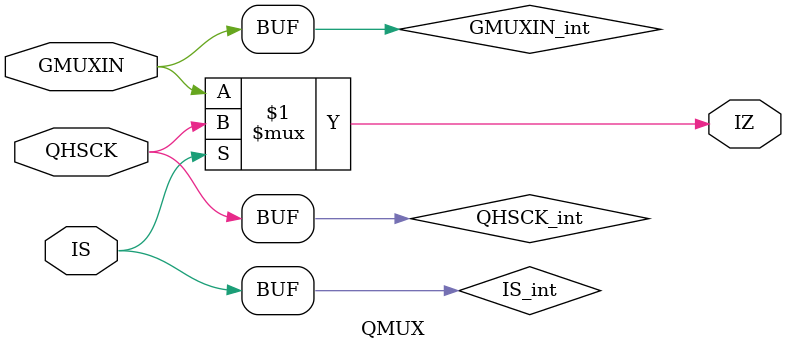
<source format=v>
`timescale 1ns/10ps

module QMUX (GMUXIN, QHSCK, IS, IZ);
input GMUXIN, QHSCK, IS;
output IZ;

wire GMUXIN_int,  QHSCK_int, IS_int;
buf GMUXIN_buf (GMUXIN_int, GMUXIN) ;
buf QHSCK_buf (QHSCK_int, QHSCK) ;
buf IS_buf (IS_int, IS) ;

assign IZ = IS ? QHSCK_int : GMUXIN_int; 

specify
	if (IS == 1'b0)
   		(GMUXIN => IZ) = (0,0);
	if (IS == 1'b1)
   		(QHSCK => IZ) = (0,0);
   (IS => IZ) = (0,0);
endspecify

endmodule 

</source>
